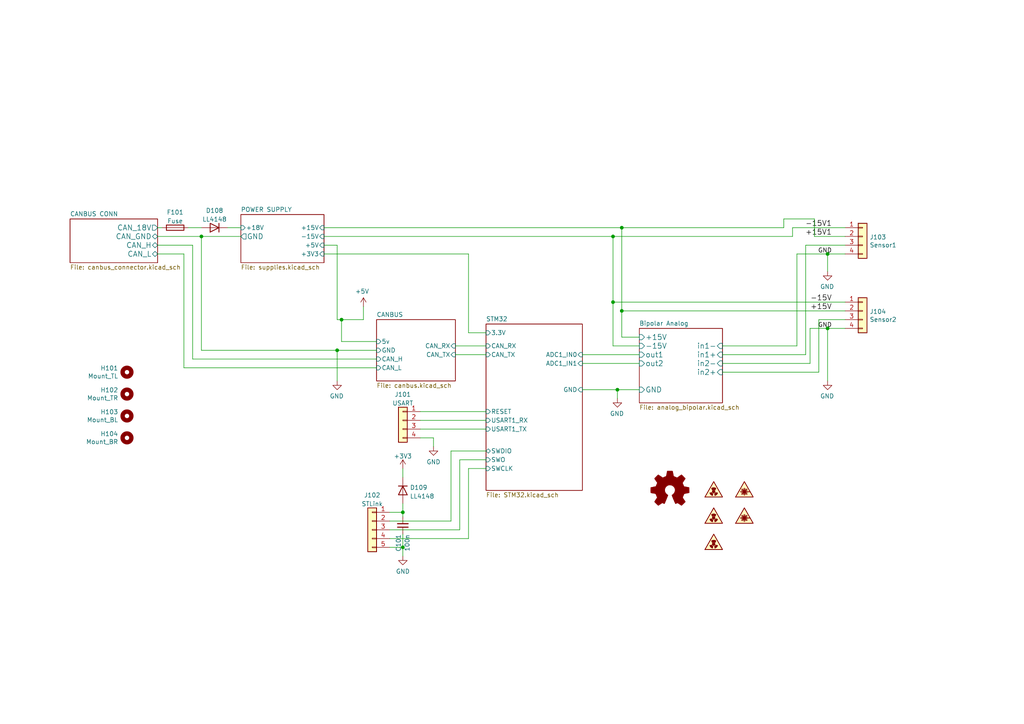
<source format=kicad_sch>
(kicad_sch (version 20231120) (generator "eeschema") (generator_version "8.0")
  (paper "A4")
  (lib_symbols
    (symbol "Connector_Generic:Conn_01x04" (pin_names (offset 1.016) hide)
      (property "Reference" "J" (at 0 5.08 0))
      (property "Value" "Conn_01x04" (at 0 -7.62 0))
      (symbol "Conn_01x04_1_1"
        (rectangle (start -1.27 -4.953) (end 0 -5.207) (stroke (width 0.1524)))
        (rectangle (start -1.27 -2.413) (end 0 -2.667) (stroke (width 0.1524)))
        (rectangle (start -1.27 0.127) (end 0 -0.127) (stroke (width 0.1524)))
        (rectangle (start -1.27 2.667) (end 0 2.413) (stroke (width 0.1524)))
        (rectangle (start -1.27 3.81) (end 1.27 -6.35) (stroke (width 0.254)) (fill (type background)))
        (pin passive line (at -5.08 2.54 0) (length 3.81) (name "Pin_1") (number "1"))
        (pin passive line (at -5.08 0 0) (length 3.81) (name "Pin_2") (number "2"))
        (pin passive line (at -5.08 -2.54 0) (length 3.81) (name "Pin_3") (number "3"))
        (pin passive line (at -5.08 -5.08 0) (length 3.81) (name "Pin_4") (number "4"))
      )
    )
    (symbol "Connector_Generic:Conn_01x05" (pin_names (offset 1.016) hide)
      (property "Reference" "J" (at 0 7.62 0))
      (property "Value" "Conn_01x05" (at 0 -7.62 0))
      (symbol "Conn_01x05_1_1"
        (rectangle (start -1.27 -4.953) (end 0 -5.207) (stroke (width 0.1524)))
        (rectangle (start -1.27 -2.413) (end 0 -2.667) (stroke (width 0.1524)))
        (rectangle (start -1.27 0.127) (end 0 -0.127) (stroke (width 0.1524)))
        (rectangle (start -1.27 2.667) (end 0 2.413) (stroke (width 0.1524)))
        (rectangle (start -1.27 5.207) (end 0 4.953) (stroke (width 0.1524)))
        (rectangle (start -1.27 6.35) (end 1.27 -6.35) (stroke (width 0.254)) (fill (type background)))
        (pin passive line (at -5.08 5.08 0) (length 3.81) (name "Pin_1") (number "1"))
        (pin passive line (at -5.08 2.54 0) (length 3.81) (name "Pin_2") (number "2"))
        (pin passive line (at -5.08 0 0) (length 3.81) (name "Pin_3") (number "3"))
        (pin passive line (at -5.08 -2.54 0) (length 3.81) (name "Pin_4") (number "4"))
        (pin passive line (at -5.08 -5.08 0) (length 3.81) (name "Pin_5") (number "5"))
      )
    )
    (symbol "Device:C_Small" (pin_numbers hide) (pin_names (offset 0.254) hide)
      (property "Reference" "C" (at 0.254 1.778 0))
      (property "Value" "C_Small" (at 0.254 -2.032 0))
      (symbol "C_Small_0_1"
        (polyline (pts (xy -1.524 -0.508) (xy 1.524 -0.508)) (stroke (width 0.3302)))
        (polyline (pts (xy -1.524 0.508) (xy 1.524 0.508)) (stroke (width 0.3048)))
      )
      (symbol "C_Small_1_1"
        (pin passive line (at 0 2.54 270) (length 2.032) (name "~") (number "1"))
        (pin passive line (at 0 -2.54 90) (length 2.032) (name "~") (number "2"))
      )
    )
    (symbol "Device:Fuse" (pin_numbers hide) (pin_names (offset 0))
      (property "Reference" "F" (at 2.032 0 90))
      (property "Value" "Fuse" (at -1.905 0 90))
      (symbol "Fuse_0_1"
        (rectangle (start -0.762 -2.54) (end 0.762 2.54) (stroke (width 0.254)))
        (polyline (pts (xy 0 2.54) (xy 0 -2.54)))
      )
      (symbol "Fuse_1_1"
        (pin passive line (at 0 3.81 270) (length 1.27) (name "~") (number "1"))
        (pin passive line (at 0 -3.81 90) (length 1.27) (name "~") (number "2"))
      )
    )
    (symbol "Diode:LL4148" (pin_numbers hide) (pin_names (offset 1.016) hide)
      (property "Reference" "D" (at 0 2.54 0))
      (property "Value" "LL4148" (at 0 -2.54 0))
      (symbol "LL4148_0_1"
        (polyline (pts (xy -1.27 1.27) (xy -1.27 -1.27)) (stroke (width 0.254)))
        (polyline (pts (xy 1.27 0) (xy -1.27 0)))
        (polyline (pts (xy 1.27 1.27) (xy 1.27 -1.27) (xy -1.27 0) (xy 1.27 1.27)) (stroke (width 0.254)))
      )
      (symbol "LL4148_1_1"
        (pin passive line (at -3.81 0 0) (length 2.54) (name "K") (number "1"))
        (pin passive line (at 3.81 0 180) (length 2.54) (name "A") (number "2"))
      )
    )
    (symbol "Graphic:Logo_Open_Hardware_Small" (pin_names (offset 1.016))
      (symbol "Logo_Open_Hardware_Small_0_1"
        (polyline (pts (xy 3.3528 -4.3434) (xy 3.302 -4.318) (xy 3.175 -4.2418) (xy 2.9972 -4.1148) (xy 2.7686 -3.9624) (xy 2.54 -3.81) (xy 2.3622 -3.7084) (xy 2.2352 -3.6068) (xy 2.1844 -3.5814) (xy 2.159 -3.6068) (xy 2.0574 -3.6576) (xy 1.905 -3.7338) (xy 1.8034 -3.7846) (xy 1.6764 -3.8354) (xy 1.6002 -3.8354) (xy 1.6002 -3.8354) (xy 1.5494 -3.7338) (xy 1.4732 -3.5306) (xy 1.3462 -3.302) (xy 1.2446 -3.0226) (xy 1.1176 -2.7178) (xy 0.9652 -2.413) (xy 0.8636 -2.1082) (xy 0.7366 -1.8288) (xy 0.6604 -1.6256) (xy 0.6096 -1.4732) (xy 0.5842 -1.397) (xy 0.5842 -1.397) (xy 0.6604 -1.3208) (xy 0.7874 -1.2446) (xy 1.0414 -1.016) (xy 1.2954 -0.6858) (xy 1.4478 -0.3302) (xy 1.524 0.0762) (xy 1.4732 0.4572) (xy 1.3208 0.8128) (xy 1.0668 1.143) (xy 0.762 1.3716) (xy 0.4064 1.524) (xy 0 1.5748) (xy -0.381 1.5494) (xy -0.7366 1.397) (xy -1.0668 1.143) (xy -1.2192 0.9906) (xy -1.397 0.6604) (xy -1.524 0.3048) (xy -1.524 0.2286) (xy -1.4986 -0.1778) (xy -1.397 -0.5334) (xy -1.1938 -0.8636) (xy -0.9144 -1.143) (xy -0.8636 -1.1684) (xy -0.7366 -1.27) (xy -0.635 -1.3462) (xy -0.5842 -1.397) (xy -1.0668 -2.5908) (xy -1.143 -2.794) (xy -1.2954 -3.1242) (xy -1.397 -3.4036) (xy -1.4986 -3.6322) (xy -1.5748 -3.7846) (xy -1.6002 -3.8354) (xy -1.6002 -3.8354) (xy -1.651 -3.8354) (xy -1.7272 -3.81) (xy -1.905 -3.7338) (xy -2.0066 -3.683) (xy -2.1336 -3.6068) (xy -2.2098 -3.5814) (xy -2.2606 -3.6068) (xy -2.3622 -3.683) (xy -2.54 -3.81) (xy -2.7686 -3.9624) (xy -2.9718 -4.0894) (xy -3.1496 -4.2164) (xy -3.302 -4.318) (xy -3.3528 -4.3434) (xy -3.3782 -4.3434) (xy -3.429 -4.318) (xy -3.5306 -4.2164) (xy -3.7084 -4.064) (xy -3.937 -3.8354) (xy -3.9624 -3.81) (xy -4.1656 -3.6068) (xy -4.318 -3.4544) (xy -4.4196 -3.3274) (xy -4.445 -3.2766) (xy -4.445 -3.2766) (xy -4.4196 -3.2258) (xy -4.318 -3.0734) (xy -4.2164 -2.8956) (xy -4.064 -2.667) (xy -3.6576 -2.0828) (xy -3.8862 -1.5494) (xy -3.937 -1.3716) (xy -4.0386 -1.1684) (xy -4.0894 -1.0414) (xy -4.1148 -0.9652) (xy -4.191 -0.9398) (xy -4.318 -0.9144) (xy -4.5466 -0.8636) (xy -4.8006 -0.8128) (xy -5.0546 -0.7874) (xy -5.2578 -0.7366) (xy -5.4356 -0.7112) (xy -5.5118 -0.6858) (xy -5.5118 -0.6858) (xy -5.5372 -0.635) (xy -5.5372 -0.5588) (xy -5.5372 -0.4318) (xy -5.5626 -0.2286) (xy -5.5626 0.0762) (xy -5.5626 0.127) (xy -5.5372 0.4064) (xy -5.5372 0.635) (xy -5.5372 0.762) (xy -5.5372 0.8382) (xy -5.5372 0.8382) (xy -5.461 0.8382) (xy -5.3086 0.889) (xy -5.08 0.9144) (xy -4.826 0.9652) (xy -4.8006 0.9906) (xy -4.5466 1.0414) (xy -4.318 1.0668) (xy -4.1656 1.1176) (xy -4.0894 1.143) (xy -4.0894 1.143) (xy -4.0386 1.2446) (xy -3.9624 1.4224) (xy -3.8608 1.6256) (xy -3.7846 1.8288) (xy -3.7084 2.0066) (xy -3.6576 2.159) (xy -3.6322 2.2098) (xy -3.6322 2.2098) (xy -3.683 2.286) (xy -3.7592 2.413) (xy -3.8862 2.5908) (xy -4.064 2.8194) (xy -4.064 2.8448) (xy -4.2164 3.0734) (xy -4.3434 3.2512) (xy -4.4196 3.3782) (xy -4.445 3.4544) (xy -4.445 3.4544) (xy -4.3942 3.5052) (xy -4.2926 3.6322) (xy -4.1148 3.81) (xy -3.937 4.0132) (xy -3.8608 4.064) (xy -3.6576 4.2926) (xy -3.5052 4.4196) (xy -3.4036 4.4958) (xy -3.3528 4.5212) (xy -3.3528 4.5212) (xy -3.302 4.4704) (xy -3.1496 4.3688) (xy -2.9718 4.2418) (xy -2.7432 4.0894) (xy -2.7178 4.0894) (xy -2.4892 3.937) (xy -2.3114 3.81) (xy -2.1844 3.7084) (xy -2.1336 3.683) (xy -2.1082 3.683) (xy -2.032 3.7084) (xy -1.8542 3.7592) (xy -1.6764 3.8354) (xy -1.4732 3.937) (xy -1.27 4.0132) (xy -1.143 4.064) (xy -1.0668 4.1148) (xy -1.0668 4.1148) (xy -1.0414 4.191) (xy -1.016 4.3434) (xy -0.9652 4.572) (xy -0.9144 4.8514) (xy -0.889 4.9022) (xy -0.8382 5.1562) (xy -0.8128 5.3848) (xy -0.7874 5.5372) (xy -0.762 5.588) (xy -0.7112 5.6134) (xy -0.5842 5.6134) (xy -0.4064 5.6134) (xy -0.1524 5.6134) (xy 0.0762 5.6134) (xy 0.3302 5.6134) (xy 0.5334 5.6134) (xy 0.6858 5.588) (xy 0.7366 5.588) (xy 0.7366 5.588) (xy 0.762 5.5118) (xy 0.8128 5.334) (xy 0.8382 5.1054) (xy 0.9144 4.826) (xy 0.9144 4.7752) (xy 0.9652 4.5212) (xy 1.016 4.2926) (xy 1.0414 4.1402) (xy 1.0668 4.0894) (xy 1.0668 4.0894) (xy 1.1938 4.0386) (xy 1.3716 3.9624) (xy 1.5748 3.8608) (xy 2.0828 3.6576) (xy 2.7178 4.0894) (xy 2.7686 4.1402) (xy 2.9972 4.2926) (xy 3.175 4.4196) (xy 3.302 4.4958) (xy 3.3782 4.5212) (xy 3.3782 4.5212) (xy 3.429 4.4704) (xy 3.556 4.3434) (xy 3.7338 4.191) (xy 3.9116 3.9878) (xy 4.064 3.8354) (xy 4.2418 3.6576) (xy 4.3434 3.556) (xy 4.4196 3.4798) (xy 4.4196 3.429) (xy 4.4196 3.4036) (xy 4.3942 3.3274) (xy 4.2926 3.2004) (xy 4.1656 2.9972) (xy 4.0132 2.794) (xy 3.8862 2.5908) (xy 3.7592 2.3876) (xy 3.6576 2.2352) (xy 3.6322 2.159) (xy 3.6322 2.1336) (xy 3.683 2.0066) (xy 3.7592 1.8288) (xy 3.8608 1.6002) (xy 4.064 1.1176) (xy 4.3942 1.0414) (xy 4.5974 1.016) (xy 4.8768 0.9652) (xy 5.1308 0.9144) (xy 5.5372 0.8382) (xy 5.5626 -0.6604) (xy 5.4864 -0.6858) (xy 5.4356 -0.6858) (xy 5.2832 -0.7366) (xy 5.0546 -0.762) (xy 4.8006 -0.8128) (xy 4.5974 -0.8636) (xy 4.3688 -0.9144) (xy 4.2164 -0.9398) (xy 4.1402 -0.9398) (xy 4.1148 -0.9652) (xy 4.064 -1.0668) (xy 3.9878 -1.2446) (xy 3.9116 -1.4478) (xy 3.81 -1.651) (xy 3.7338 -1.8542) (xy 3.683 -2.0066) (xy 3.6576 -2.0828) (xy 3.683 -2.1336) (xy 3.7846 -2.2606) (xy 3.8862 -2.4638) (xy 4.0386 -2.667) (xy 4.191 -2.8956) (xy 4.318 -3.0734) (xy 4.3942 -3.2004) (xy 4.445 -3.2766) (xy 4.4196 -3.3274) (xy 4.3434 -3.429) (xy 4.1656 -3.5814) (xy 3.937 -3.8354) (xy 3.8862 -3.8608) (xy 3.683 -4.064) (xy 3.5306 -4.2164) (xy 3.4036 -4.318) (xy 3.3528 -4.3434)) (fill (type outline)))
      )
    )
    (symbol "Graphic:SYM_LASER_Small" (pin_names (offset 1.016) hide)
      (symbol "SYM_LASER_Small_0_1"
        (polyline (pts (xy -1.143 -0.381) (xy 1.651 -0.381)) (stroke (width 0.254)))
        (polyline (pts (xy -0.889 -0.762) (xy 0.889 0)))
        (polyline (pts (xy -0.889 0) (xy 0.889 -0.762)))
        (polyline (pts (xy -0.762 -1.143) (xy 0.762 0.381)) (stroke (width 0.254)))
        (polyline (pts (xy -0.381 0.508) (xy 0.381 -1.27)))
        (polyline (pts (xy 0 -1.397) (xy 0 0.635)) (stroke (width 0.254)))
        (polyline (pts (xy 0.381 0.508) (xy -0.381 -1.27)))
        (polyline (pts (xy 0.762 -1.143) (xy -0.762 0.381)) (stroke (width 0.254)))
        (polyline (pts (xy -2.54 -1.905) (xy 2.54 -1.905) (xy 0 2.54) (xy -2.54 -1.905)) (stroke (width 0.254)) (fill (type background)))
      )
    )
    (symbol "Graphic:SYM_Radioactive_Radiation_Small" (pin_names (offset 1.016) hide)
      (symbol "SYM_Radioactive_Radiation_Small_0_0"
        (arc (start -1.1176 -0.7366) (mid -0.8421 -1.2231) (end -0.3556 -1.4986))
        (arc (start -0.6096 -0.6096) (mid -0.4656 -0.8429) (end -0.2286 -0.9906))
        (circle (center -0.0254 -0.3556) (radius 0.3556) (stroke (width 0.254)) (fill (type outline)))
        (polyline (pts (xy -1.1176 -0.7366) (xy -0.6096 -0.6096)))
        (polyline (pts (xy -0.635 0.6096) (xy -0.381 0.1016)))
        (polyline (pts (xy -0.3556 -1.4986) (xy -0.2286 -0.9906)))
        (polyline (pts (xy 0.3556 -1.4986) (xy 0.2286 -0.9906)))
        (polyline (pts (xy 0.635 0.6096) (xy 0.381 0.1016)))
        (polyline (pts (xy 1.1176 -0.7366) (xy 0.6096 -0.6096)))
        (polyline (pts (xy -0.6096 -0.6604) (xy -0.508 -0.8636) (xy -0.254 -0.9652) (xy -0.4064 -1.4732) (xy -0.762 -1.2192) (xy -0.9652 -1.016) (xy -1.0668 -0.7112) (xy -0.6096 -0.6604)) (fill (type outline)))
        (polyline (pts (xy 0.6096 -0.6096) (xy 0.4572 -0.8636) (xy 0.254 -1.016) (xy 0.4064 -1.4732) (xy 0.7112 -1.27) (xy 0.9144 -1.0668) (xy 1.0668 -0.762) (xy 0.6096 -0.6604)) (fill (type outline)))
        (polyline (pts (xy -0.3556 0.1524) (xy -0.1016 0.254) (xy 0.1524 0.254) (xy 0.3556 0.1016) (xy 0.6096 0.6096) (xy 0.3556 0.7112) (xy 0.1016 0.762) (xy -0.1524 0.762) (xy -0.4572 0.6604) (xy -0.6096 0.6096) (xy -0.4064 0.1524)) (fill (type outline)))
        (arc (start 0.2286 -0.9906) (mid 0.4619 -0.8466) (end 0.6096 -0.6096))
        (arc (start 0.3556 -1.4986) (mid 0.8421 -1.2231) (end 1.1176 -0.7366))
        (arc (start 0.381 0.1016) (mid 0 0.2594) (end -0.381 0.1016))
        (arc (start 0.635 0.6096) (mid 0 0.8131) (end -0.635 0.6096))
      )
      (symbol "SYM_Radioactive_Radiation_Small_0_1"
        (polyline (pts (xy -2.54 -1.905) (xy 2.54 -1.905) (xy 0 2.54) (xy -2.54 -1.905)) (stroke (width 0.254)) (fill (type background)))
      )
    )
    (symbol "Mechanical:MountingHole" (pin_names (offset 1.016))
      (property "Reference" "H" (at 0 5.08 0))
      (property "Value" "MountingHole" (at 0 3.175 0))
      (symbol "MountingHole_0_1"
        (circle (center 0 0) (radius 1.27) (stroke (width 1.27)))
      )
    )
    (symbol "power:+3.3V" (power) (pin_names (offset 0))
      (property "Value" "+3.3V" (at 0 3.556 0))
      (symbol "+3.3V_0_1"
        (polyline (pts (xy -0.762 1.27) (xy 0 2.54)))
        (polyline (pts (xy 0 0) (xy 0 2.54)))
        (polyline (pts (xy 0 2.54) (xy 0.762 1.27)))
      )
      (symbol "+3.3V_1_1"
        (pin power_in line (at 0 0 90) (length 0) hide (name "+3V3") (number "1"))
      )
    )
    (symbol "power:+5V" (power) (pin_names (offset 0))
      (property "Value" "+5V" (at 0 3.556 0))
      (symbol "+5V_0_1"
        (polyline (pts (xy -0.762 1.27) (xy 0 2.54)))
        (polyline (pts (xy 0 0) (xy 0 2.54)))
        (polyline (pts (xy 0 2.54) (xy 0.762 1.27)))
      )
      (symbol "+5V_1_1"
        (pin power_in line (at 0 0 90) (length 0) hide (name "+5V") (number "1"))
      )
    )
    (symbol "power:GND" (power) (pin_names (offset 0))
      (property "Value" "GND" (at 0 -3.81 0))
      (symbol "GND_0_1"
        (polyline (pts (xy 0 0) (xy 0 -1.27) (xy 1.27 -1.27) (xy 0 -2.54) (xy -1.27 -1.27) (xy 0 -1.27)))
      )
      (symbol "GND_1_1"
        (pin power_in line (at 0 0 270) (length 0) hide (name "GND") (number "1"))
      )
    )
  )
  (junction (at 180.34 90.17))
  (junction (at 177.8 68.58))
  (junction (at 99.06 92.71))
  (junction (at 240.03 95.25))
  (junction (at 116.84 148.59))
  (junction (at 240.03 73.66))
  (junction (at 97.79 101.6))
  (junction (at 179.07 113.03))
  (junction (at 180.34 66.04))
  (junction (at 116.84 158.75))
  (junction (at 58.42 68.58))
  (junction (at 177.8 87.63))
  (wire (pts (xy 53.34 106.68) (xy 109.22 106.68)))
  (wire (pts (xy 130.81 151.13) (xy 113.03 151.13)))
  (wire (pts (xy 105.41 88.9) (xy 105.41 92.71)))
  (wire (pts (xy 116.84 146.05) (xy 116.84 148.59)))
  (wire (pts (xy 116.84 135.89) (xy 116.84 138.43)))
  (wire (pts (xy 121.92 124.46) (xy 140.97 124.46)))
  (wire (pts (xy 233.68 102.87) (xy 209.55 102.87)))
  (wire (pts (xy 132.08 102.87) (xy 140.97 102.87)))
  (wire (pts (xy 130.81 130.81) (xy 130.81 151.13)))
  (wire (pts (xy 116.84 154.94) (xy 116.84 158.75)))
  (wire (pts (xy 93.98 73.66) (xy 135.89 73.66)))
  (wire (pts (xy 55.88 71.12) (xy 55.88 104.14)))
  (wire (pts (xy 236.22 68.58) (xy 236.22 63.5)))
  (wire (pts (xy 180.34 90.17) (xy 180.34 97.79)))
  (wire (pts (xy 233.68 71.12) (xy 233.68 102.87)))
  (wire (pts (xy 227.33 66.04) (xy 180.34 66.04)))
  (wire (pts (xy 180.34 97.79) (xy 185.42 97.79)))
  (wire (pts (xy 45.72 73.66) (xy 53.34 73.66)))
  (wire (pts (xy 185.42 113.03) (xy 179.07 113.03)))
  (wire (pts (xy 121.92 119.38) (xy 140.97 119.38)))
  (wire (pts (xy 97.79 101.6) (xy 97.79 110.49)))
  (wire (pts (xy 93.98 66.04) (xy 180.34 66.04)))
  (wire (pts (xy 245.11 68.58) (xy 236.22 68.58)))
  (wire (pts (xy 229.87 68.58) (xy 229.87 66.04)))
  (wire (pts (xy 177.8 68.58) (xy 177.8 87.63)))
  (wire (pts (xy 231.14 100.33) (xy 209.55 100.33)))
  (wire (pts (xy 132.08 100.33) (xy 140.97 100.33)))
  (wire (pts (xy 99.06 99.06) (xy 109.22 99.06)))
  (wire (pts (xy 245.11 90.17) (xy 180.34 90.17)))
  (wire (pts (xy 58.42 68.58) (xy 45.72 68.58)))
  (wire (pts (xy 237.49 92.71) (xy 237.49 107.95)))
  (wire (pts (xy 99.06 92.71) (xy 97.79 92.71)))
  (wire (pts (xy 240.03 110.49) (xy 240.03 95.25)))
  (wire (pts (xy 240.03 73.66) (xy 240.03 78.74)))
  (wire (pts (xy 245.11 71.12) (xy 233.68 71.12)))
  (wire (pts (xy 168.91 113.03) (xy 179.07 113.03)))
  (wire (pts (xy 234.95 95.25) (xy 234.95 105.41)))
  (wire (pts (xy 53.34 73.66) (xy 53.34 106.68)))
  (wire (pts (xy 135.89 96.52) (xy 140.97 96.52)))
  (wire (pts (xy 236.22 63.5) (xy 227.33 63.5)))
  (wire (pts (xy 237.49 107.95) (xy 209.55 107.95)))
  (wire (pts (xy 97.79 101.6) (xy 58.42 101.6)))
  (wire (pts (xy 113.03 156.21) (xy 135.89 156.21)))
  (wire (pts (xy 234.95 105.41) (xy 209.55 105.41)))
  (wire (pts (xy 69.85 68.58) (xy 58.42 68.58)))
  (wire (pts (xy 55.88 71.12) (xy 45.72 71.12)))
  (wire (pts (xy 93.98 71.12) (xy 97.79 71.12)))
  (wire (pts (xy 46.99 66.04) (xy 45.72 66.04)))
  (wire (pts (xy 229.87 66.04) (xy 245.11 66.04)))
  (wire (pts (xy 240.03 73.66) (xy 231.14 73.66)))
  (wire (pts (xy 245.11 92.71) (xy 237.49 92.71)))
  (wire (pts (xy 231.14 73.66) (xy 231.14 100.33)))
  (wire (pts (xy 54.61 66.04) (xy 58.42 66.04)))
  (wire (pts (xy 168.91 102.87) (xy 185.42 102.87)))
  (wire (pts (xy 125.73 127) (xy 125.73 129.54)))
  (wire (pts (xy 135.89 135.89) (xy 135.89 156.21)))
  (wire (pts (xy 121.92 121.92) (xy 140.97 121.92)))
  (wire (pts (xy 121.92 127) (xy 125.73 127)))
  (wire (pts (xy 116.84 148.59) (xy 116.84 149.86)))
  (wire (pts (xy 93.98 68.58) (xy 177.8 68.58)))
  (wire (pts (xy 130.81 130.81) (xy 140.97 130.81)))
  (wire (pts (xy 240.03 95.25) (xy 234.95 95.25)))
  (wire (pts (xy 133.35 153.67) (xy 113.03 153.67)))
  (wire (pts (xy 245.11 73.66) (xy 240.03 73.66)))
  (wire (pts (xy 135.89 73.66) (xy 135.89 96.52)))
  (wire (pts (xy 97.79 92.71) (xy 97.79 71.12)))
  (wire (pts (xy 99.06 92.71) (xy 99.06 99.06)))
  (wire (pts (xy 180.34 66.04) (xy 180.34 90.17)))
  (wire (pts (xy 227.33 63.5) (xy 227.33 66.04)))
  (wire (pts (xy 116.84 158.75) (xy 116.84 161.29)))
  (wire (pts (xy 245.11 95.25) (xy 240.03 95.25)))
  (wire (pts (xy 105.41 92.71) (xy 99.06 92.71)))
  (wire (pts (xy 97.79 101.6) (xy 109.22 101.6)))
  (wire (pts (xy 168.91 105.41) (xy 185.42 105.41)))
  (wire (pts (xy 113.03 148.59) (xy 116.84 148.59)))
  (wire (pts (xy 177.8 87.63) (xy 177.8 100.33)))
  (wire (pts (xy 179.07 115.57) (xy 179.07 113.03)))
  (wire (pts (xy 177.8 100.33) (xy 185.42 100.33)))
  (wire (pts (xy 245.11 87.63) (xy 177.8 87.63)))
  (wire (pts (xy 133.35 133.35) (xy 140.97 133.35)))
  (wire (pts (xy 229.87 68.58) (xy 177.8 68.58)))
  (wire (pts (xy 133.35 133.35) (xy 133.35 153.67)))
  (wire (pts (xy 55.88 104.14) (xy 109.22 104.14)))
  (wire (pts (xy 58.42 101.6) (xy 58.42 68.58)))
  (wire (pts (xy 113.03 158.75) (xy 116.84 158.75)))
  (wire (pts (xy 69.85 66.04) (xy 66.04 66.04)))
  (wire (pts (xy 140.97 135.89) (xy 135.89 135.89)))
  (label "GND" (at 241.3 95.25 180))
  (label "-15V" (at 241.3 87.63 180) (effects (font (size 1.524 1.524))))
  (label "+15V1" (at 241.3 68.58 180) (effects (font (size 1.524 1.524))))
  (label "-15V1" (at 241.3 66.04 180) (effects (font (size 1.524 1.524))))
  (label "GND" (at 241.3 73.66 180))
  (label "+15V" (at 241.3 90.17 180) (effects (font (size 1.524 1.524))))
  (symbol (lib_id "Mechanical:MountingHole") (at 36.83 107.95 0) (mirror y) (unit 1)
    (property "Reference" "H101" (at 34.29 106.7816 0) (effects (justify left)))
    (property "Value" "Mount_TL" (at 34.29 109.093 0) (effects (justify left)))
    (property "Footprint" "MountingHole:MountingHole_3.2mm_M3" (effects (hide yes)))
  )
  (symbol (lib_id "Mechanical:MountingHole") (at 36.83 114.3 0) (mirror y) (unit 1)
    (property "Reference" "H102" (at 34.29 113.1316 0) (effects (justify left)))
    (property "Value" "Mount_TR" (at 34.29 115.443 0) (effects (justify left)))
    (property "Footprint" "MountingHole:MountingHole_3.2mm_M3" (effects (hide yes)))
  )
  (symbol (lib_id "Mechanical:MountingHole") (at 36.83 120.65 0) (mirror y) (unit 1)
    (property "Reference" "H103" (at 34.29 119.4816 0) (effects (justify left)))
    (property "Value" "Mount_BL" (at 34.29 121.793 0) (effects (justify left)))
    (property "Footprint" "MountingHole:MountingHole_3.2mm_M3" (effects (hide yes)))
  )
  (symbol (lib_id "Mechanical:MountingHole") (at 36.83 127 0) (mirror y) (unit 1)
    (property "Reference" "H104" (at 34.29 125.8316 0) (effects (justify left)))
    (property "Value" "Mount_BR" (at 34.29 128.143 0) (effects (justify left)))
    (property "Footprint" "MountingHole:MountingHole_3.2mm_M3" (effects (hide yes)))
  )
  (symbol (lib_id "power:GND") (at 179.07 115.57 0) (mirror y) (unit 1)
    (property "Reference" "#PWR0106" (effects (hide yes)))
    (property "Value" "GND" (at 178.943 119.9642 0))
  )
  (symbol (lib_id "power:+5V") (at 105.41 88.9 0) (mirror y) (unit 1)
    (property "Reference" "#PWR0102" (effects (hide yes)))
    (property "Value" "+5V" (at 105.029 84.5058 0))
  )
  (symbol (lib_id "power:GND") (at 97.79 110.49 0) (mirror y) (unit 1)
    (property "Reference" "#PWR0101" (effects (hide yes)))
    (property "Value" "GND" (at 97.663 114.8842 0))
  )
  (symbol (lib_id "power:GND") (at 240.03 110.49 0) (mirror y) (unit 1)
    (property "Reference" "#PWR0108" (effects (hide yes)))
    (property "Value" "GND" (at 239.903 114.8842 0))
  )
  (symbol (lib_id "power:GND") (at 240.03 78.74 0) (mirror y) (unit 1)
    (property "Reference" "#PWR0107" (effects (hide yes)))
    (property "Value" "GND" (at 239.903 83.1342 0))
  )
  (symbol (lib_id "Connector_Generic:Conn_01x04") (at 250.19 68.58 0) (unit 1)
    (property "Reference" "J103" (at 252.222 68.7832 0) (effects (justify left)))
    (property "Value" "Sensor1" (at 252.222 71.0946 0) (effects (justify left)))
    (property "Footprint" "Connector_Phoenix_MSTB:PhoenixContact_MSTBA_2,5_4-G-5,08_1x04_P5.08mm_Horizontal" (effects (hide yes)))
  )
  (symbol (lib_id "Connector_Generic:Conn_01x04") (at 250.19 90.17 0) (unit 1)
    (property "Reference" "J104" (at 252.222 90.3732 0) (effects (justify left)))
    (property "Value" "Sensor2" (at 252.222 92.6846 0) (effects (justify left)))
    (property "Footprint" "Connector_Phoenix_MSTB:PhoenixContact_MSTBA_2,5_4-G-5,08_1x04_P5.08mm_Horizontal" (effects (hide yes)))
  )
  (symbol (lib_id "power:GND") (at 125.73 129.54 0) (unit 1)
    (property "Reference" "#PWR0103" (effects (hide yes)))
    (property "Value" "GND" (at 125.73 133.9834 0))
  )
  (symbol (lib_id "power:GND") (at 116.84 161.29 0) (unit 1)
    (property "Reference" "#PWR0105" (effects (hide yes)))
    (property "Value" "GND" (at 116.84 165.7334 0))
  )
  (symbol (lib_id "Graphic:SYM_Radioactive_Radiation_Small") (at 207.01 142.24 0) (unit 1) (in_bom no)
    (property "Reference" "SYM101" (effects (hide yes)))
    (property "Value" "SYM_Radioactive_Radiation_Small" (effects (hide yes)))
    (property "Footprint" "KicadZeniteSolarLibrary18:symbol_logoZenite" (effects (hide yes)))
  )
  (symbol (lib_id "Diode:LL4148") (at 116.84 142.24 270) (unit 1)
    (property "Reference" "D109" (at 118.872 141.4053 90) (effects (justify left)))
    (property "Value" "LL4148" (at 118.872 143.9422 90) (effects (justify left)))
    (property "Footprint" "Diode_SMD:D_MiniMELF" (effects (hide yes)))
    (property "Datasheet" "http://www.vishay.com/docs/85557/ll4148.pdf" (effects (hide yes)))
  )
  (symbol (lib_id "Graphic:SYM_Radioactive_Radiation_Small") (at 207.01 149.86 0) (unit 1) (in_bom no)
    (property "Reference" "SYM103" (effects (hide yes)))
    (property "Value" "SYM_Radioactive_Radiation_Small" (effects (hide yes)))
    (property "Footprint" "KicadZeniteSolarLibrary18:symbol_logoZenite" (effects (hide yes)))
  )
  (symbol (lib_id "Diode:LL4148") (at 62.23 66.04 180) (unit 1)
    (property "Reference" "D108" (at 62.23 61.0702 0))
    (property "Value" "LL4148" (at 62.23 63.6071 0))
    (property "Footprint" "Diode_SMD:D_MiniMELF" (effects (hide yes)))
    (property "Datasheet" "http://www.vishay.com/docs/85557/ll4148.pdf" (effects (hide yes)))
  )
  (symbol (lib_id "Connector_Generic:Conn_01x04") (at 116.84 121.92 0) (mirror y) (unit 1)
    (property "Reference" "J101" (at 116.84 114.4102 0))
    (property "Value" "USART" (at 116.84 116.9471 0))
    (property "Footprint" "Connector_PinHeader_2.54mm:PinHeader_1x04_P2.54mm_Vertical_SMD_Pin1Left" (effects (hide yes)))
  )
  (symbol (lib_id "Graphic:SYM_LASER_Small") (at 215.9 142.24 0) (unit 1) (in_bom no)
    (property "Reference" "SYM102" (effects (hide yes)))
    (property "Value" "SYM_LASER_Small" (effects (hide yes)))
    (property "Footprint" "KicadZeniteSolarLibrary18:synbol_logoifsc" (effects (hide yes)))
  )
  (symbol (lib_id "Connector_Generic:Conn_01x05") (at 107.95 153.67 0) (mirror y) (unit 1)
    (property "Reference" "J102" (at 107.95 143.6202 0))
    (property "Value" "STLink" (at 107.95 146.1571 0))
    (property "Footprint" "Connector_PinHeader_2.54mm:PinHeader_1x05_P2.54mm_Vertical_SMD_Pin1Left" (effects (hide yes)))
  )
  (symbol (lib_id "Graphic:SYM_LASER_Small") (at 215.9 149.86 0) (unit 1) (in_bom no)
    (property "Reference" "SYM104" (effects (hide yes)))
    (property "Value" "SYM_LASER_Small" (effects (hide yes)))
    (property "Footprint" "KicadZeniteSolarLibrary18:synbol_logoifsc" (effects (hide yes)))
  )
  (symbol (lib_id "Device:Fuse") (at 50.8 66.04 90) (unit 1)
    (property "Reference" "F101" (at 50.8 61.5782 90))
    (property "Value" "Fuse" (at 50.8 64.1151 90))
    (property "Footprint" "Fuse:Fuse_1812_4532Metric_Pad1.30x3.40mm_HandSolder" (effects (hide yes)))
  )
  (symbol (lib_id "Graphic:SYM_Radioactive_Radiation_Small") (at 207.01 157.48 0) (unit 1) (in_bom no)
    (property "Reference" "SYM105" (effects (hide yes)))
    (property "Value" "SYM_Radioactive_Radiation_Small" (effects (hide yes)))
    (property "Footprint" "KicadZeniteSolarLibrary18:symbol_naolavar" (effects (hide yes)))
  )
  (symbol (lib_id "power:+3.3V") (at 116.84 135.89 0) (unit 1)
    (property "Reference" "#PWR0104" (effects (hide yes)))
    (property "Value" "+3V3" (at 116.84 132.3142 0))
  )
  (symbol (lib_id "Device:C_Small") (at 116.84 152.4 0) (mirror x) (unit 1)
    (property "Reference" "C101" (at 115.57 157.48 90))
    (property "Value" "100n" (at 118.11 157.48 90))
    (property "Footprint" "Capacitor_SMD:C_0603_1608Metric_Pad1.08x0.95mm_HandSolder" (effects (hide yes)))
  )
  (symbol (lib_id "Graphic:Logo_Open_Hardware_Small") (at 194.31 142.24 0) (unit 1) (in_bom no)
    (property "Reference" "LOGO101" (effects (hide yes)))
    (property "Value" "Logo_Open_Hardware_Small" (effects (hide yes)))
    (property "Footprint" "Symbol:OSHW-Logo2_7.3x6mm_SilkScreen" (effects (hide yes)))
  )
  (sheet (at 185.42 95.25) (size 24.13 21.59)
    (property "Sheetname" "Bipolar Analog" (at 185.42 94.5384 0) (effects (justify left bottom)))
    (property "Sheetfile" "analog_bipolar.kicad_sch" (at 185.42 117.4246 0) (effects (justify left top)))
    (pin "out1" input (at 185.42 102.87 180) (effects (font (size 1.524 1.524))))
    (pin "GND" input (at 185.42 113.03 180) (effects (font (size 1.524 1.524))))
    (pin "in1-" input (at 209.55 100.33 0) (effects (font (size 1.524 1.524))))
    (pin "in1+" input (at 209.55 102.87 0) (effects (font (size 1.524 1.524))))
    (pin "out2" input (at 185.42 105.41 180) (effects (font (size 1.524 1.524))))
    (pin "in2-" input (at 209.55 105.41 0) (effects (font (size 1.524 1.524))))
    (pin "in2+" input (at 209.55 107.95 0) (effects (font (size 1.524 1.524))))
    (pin "+15V" input (at 185.42 97.79 180) (effects (font (size 1.524 1.524))))
    (pin "-15V" input (at 185.42 100.33 180) (effects (font (size 1.524 1.524))))
  )
  (sheet (at 69.85 62.23) (size 24.13 13.97)
    (property "Sheetname" "POWER SUPPLY" (at 69.85 61.5184 0) (effects (justify left bottom)))
    (property "Sheetfile" "supplies.kicad_sch" (at 69.85 76.7846 0) (effects (justify left top)))
    (pin "GND" output (at 69.85 68.58 180) (effects (font (size 1.524 1.524))))
    (pin "+3V3" input (at 93.98 73.66 0))
    (pin "+15V" input (at 93.98 66.04 0))
    (pin "+5V" input (at 93.98 71.12 0))
    (pin "-15V" input (at 93.98 68.58 0))
    (pin "+18V" input (at 69.85 66.04 180))
  )
  (sheet (at 20.32 63.5) (size 25.4 12.7)
    (property "Sheetname" "CANBUS CONN" (at 20.32 62.7884 0) (effects (justify left bottom)))
    (property "Sheetfile" "canbus_connector.kicad_sch" (at 20.32 76.7846 0) (effects (justify left top)))
    (pin "CAN_H" bidirectional (at 45.72 71.12 0) (effects (font (size 1.524 1.524))))
    (pin "CAN_L" bidirectional (at 45.72 73.66 0) (effects (font (size 1.524 1.524))))
    (pin "CAN_18V" output (at 45.72 66.04 0) (effects (font (size 1.524 1.524))))
    (pin "CAN_GND" bidirectional (at 45.72 68.58 0) (effects (font (size 1.524 1.524))))
  )
  (sheet (at 109.22 92.71) (size 22.86 17.78) (stroke (width 0.1524))
    (property "Sheetname" "CANBUS" (at 109.22 91.9984 0) (effects (justify left bottom)))
    (property "Sheetfile" "canbus.kicad_sch" (at 109.22 111.0746 0) (effects (justify left top)))
    (pin "GND" input (at 109.22 101.6 180))
    (pin "5v" input (at 109.22 99.06 180))
    (pin "CAN_RX" input (at 132.08 100.33 0))
    (pin "CAN_TX" input (at 132.08 102.87 0))
    (pin "CAN_H" input (at 109.22 104.14 180))
    (pin "CAN_L" input (at 109.22 106.68 180))
  )
  (sheet (at 140.97 93.98) (size 27.94 48.26) (stroke (width 0.1524))
    (property "Sheetname" "STM32" (at 140.97 93.2684 0) (effects (justify left bottom)))
    (property "Sheetfile" "STM32.kicad_sch" (at 140.97 142.8246 0) (effects (justify left top)))
    (pin "ADC1_IN0" input (at 168.91 102.87 0))
    (pin "ADC1_IN1" input (at 168.91 105.41 0))
    (pin "CAN_RX" input (at 140.97 100.33 180))
    (pin "CAN_TX" input (at 140.97 102.87 180))
    (pin "SWCLK" input (at 140.97 135.89 180))
    (pin "SWDIO" bidirectional (at 140.97 130.81 180))
    (pin "RESET" input (at 140.97 119.38 180))
    (pin "USART1_RX" input (at 140.97 121.92 180))
    (pin "USART1_TX" input (at 140.97 124.46 180))
    (pin "SWO" input (at 140.97 133.35 180))
    (pin "3.3V" input (at 140.97 96.52 180))
    (pin "GND" input (at 168.91 113.03 0))
  )
)
</source>
